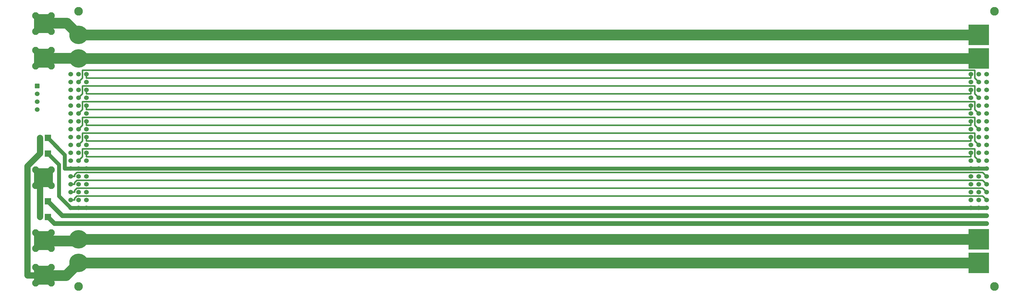
<source format=gtl>
G04 Layer_Physical_Order=1*
G04 Layer_Color=25308*
%FSLAX43Y43*%
%MOMM*%
G71*
G01*
G75*
%ADD10C,2.000*%
%ADD11C,3.500*%
%ADD12C,1.250*%
%ADD13C,1.500*%
%ADD14C,0.500*%
%ADD15R,5.842X5.842*%
%ADD16R,6.096X6.096*%
%ADD17C,1.524*%
G04:AMPARAMS|DCode=18|XSize=1.524mm|YSize=1.524mm|CornerRadius=0.152mm|HoleSize=0mm|Usage=FLASHONLY|Rotation=270.000|XOffset=0mm|YOffset=0mm|HoleType=Round|Shape=RoundedRectangle|*
%AMROUNDEDRECTD18*
21,1,1.524,1.219,0,0,270.0*
21,1,1.219,1.524,0,0,270.0*
1,1,0.305,-0.610,-0.610*
1,1,0.305,-0.610,0.610*
1,1,0.305,0.610,0.610*
1,1,0.305,0.610,-0.610*
%
%ADD18ROUNDEDRECTD18*%
%ADD19C,2.000*%
%ADD20R,2.000X2.000*%
%ADD21C,2.800*%
%ADD22C,6.000*%
%ADD23R,6.604X6.604*%
%ADD24C,2.250*%
D10*
X6477Y31496D02*
Y37592D01*
Y46863D02*
Y51943D01*
X2413Y42799D02*
X6477Y46863D01*
X2413Y7493D02*
Y42799D01*
Y7493D02*
X5334D01*
X6477Y26416D02*
Y31496D01*
D11*
X7747Y7493D02*
X14859D01*
X18923Y11557D02*
X310134D01*
X14859Y7493D02*
X18923Y11557D01*
Y77597D02*
X309372D01*
X18923Y85217D02*
X309499D01*
X15113Y89027D02*
X18923Y85217D01*
Y19177D02*
X310007D01*
X18415Y18669D02*
X18923Y19177D01*
X7493Y18669D02*
X18415D01*
X7493Y89027D02*
X15113D01*
X7620Y77724D02*
X18796D01*
D12*
X16387Y42033D02*
X307467D01*
X12573Y33147D02*
Y43307D01*
Y33147D02*
X16383Y29337D01*
X9017Y46863D02*
X12573Y43307D01*
X9017Y51943D02*
X14478Y46482D01*
Y42037D02*
Y46482D01*
Y42037D02*
X16383D01*
X310007Y42033D02*
X312547D01*
X307467D02*
X310007D01*
X18923Y29337D02*
X21463D01*
X16383D02*
X18923D01*
X16383Y42037D02*
X16387Y42033D01*
X21463Y29337D02*
X312543D01*
D13*
X11176Y24257D02*
X16383D01*
X9017Y26416D02*
X11176Y24257D01*
X13716Y26797D02*
X16383D01*
X9017Y31496D02*
X13716Y26797D01*
X16383Y24257D02*
X18923D01*
X21463D01*
X312543Y26797D02*
X312547Y26793D01*
X16383Y26797D02*
X18923D01*
X21463D01*
X312543D01*
X21463Y24257D02*
X312543D01*
D14*
X20193Y73787D02*
X308737D01*
X20193Y71247D02*
Y73787D01*
X308737Y71243D02*
Y73787D01*
X305050Y45843D02*
X305054Y45847D01*
X21463Y45843D02*
X305050D01*
X21463D02*
Y47117D01*
X18923Y44577D02*
X20193Y45847D01*
X18923Y49657D02*
X20193Y50927D01*
X21463D02*
Y52197D01*
Y61087D02*
X305054D01*
X21463D02*
Y62357D01*
X303911Y66167D02*
X303919Y66159D01*
X21463Y66167D02*
X303911D01*
X21463D02*
Y67437D01*
X20193Y66167D02*
Y68707D01*
X18923Y64897D02*
X20193Y66167D01*
X18923Y69977D02*
X20193Y71247D01*
X308737Y45843D02*
X310007Y44573D01*
X305054Y45847D02*
X307467D01*
Y47113D01*
X308737Y50923D02*
X310007Y49653D01*
X305054Y61087D02*
X305062Y61079D01*
X307467D01*
Y62353D01*
X308741Y66159D02*
X310007Y64893D01*
X308741Y66159D02*
Y68703D01*
X303919Y66159D02*
X307467D01*
Y67433D01*
X308737Y71243D02*
X310007Y69973D01*
X16383Y39497D02*
X17657D01*
Y40021D01*
X18399Y40763D01*
X311277D01*
X312547Y39493D01*
X16383Y36957D02*
X17657D01*
Y37481D01*
X18399Y38223D01*
X16383Y31877D02*
X17657D01*
Y32401D01*
X18399Y33143D01*
X311277D01*
X312547Y31873D01*
X16383Y34417D02*
X17657D01*
Y34941D01*
X18399Y35683D01*
Y38223D02*
X311277D01*
X312547Y36953D01*
X18399Y35683D02*
X311277D01*
X312547Y34413D01*
X21463Y56003D02*
Y57277D01*
X307467Y55999D02*
Y57273D01*
X305951Y55999D02*
X307467D01*
X305947Y56003D02*
X305951Y55999D01*
X21463Y56003D02*
X305947D01*
X307467Y50919D02*
Y52193D01*
X306078Y50919D02*
X307467D01*
X306070Y50927D02*
X306078Y50919D01*
X21463Y50927D02*
X306070D01*
X20193D02*
Y53467D01*
X308737D01*
Y50923D02*
Y53467D01*
X20193Y45847D02*
Y48387D01*
X308737D01*
Y45843D02*
Y48387D01*
X18923Y54737D02*
X20193Y56007D01*
Y58547D01*
X308737D01*
Y56003D02*
Y58547D01*
Y56003D02*
X310007Y54733D01*
X18923Y59817D02*
X20193Y61087D01*
Y63627D01*
X306935D01*
X306943Y63619D01*
X308729D01*
X308737Y63627D01*
Y61083D02*
Y63627D01*
Y61083D02*
X310007Y59813D01*
X20193Y68707D02*
X306324D01*
X306328Y68703D01*
X308741D01*
X307467Y71247D02*
Y72513D01*
X21463Y71247D02*
Y72517D01*
Y71247D02*
X307467D01*
D15*
X310007Y11553D02*
D03*
Y19173D02*
D03*
Y77593D02*
D03*
Y85213D02*
D03*
D16*
X7620Y88900D02*
D03*
Y77724D02*
D03*
Y39116D02*
D03*
Y18796D02*
D03*
Y7620D02*
D03*
D17*
X5588Y61087D02*
D03*
Y63627D02*
D03*
Y66167D02*
D03*
X16383Y24257D02*
D03*
X18923D02*
D03*
X21463D02*
D03*
X16383Y26797D02*
D03*
X18923D02*
D03*
X21463D02*
D03*
X16383Y29337D02*
D03*
X21463D02*
D03*
X18923D02*
D03*
X16383Y31877D02*
D03*
X18923D02*
D03*
X21463D02*
D03*
X16383Y34417D02*
D03*
X18923D02*
D03*
X21463D02*
D03*
Y47117D02*
D03*
X18923D02*
D03*
X16383D02*
D03*
X21463Y44577D02*
D03*
X18923D02*
D03*
X16383D02*
D03*
X18923Y42037D02*
D03*
X21463D02*
D03*
X16383D02*
D03*
X21463Y39497D02*
D03*
X18923D02*
D03*
X16383D02*
D03*
X21463Y36957D02*
D03*
X18923D02*
D03*
X16383D02*
D03*
Y62357D02*
D03*
X18923D02*
D03*
X21463D02*
D03*
X16383Y64897D02*
D03*
X18923D02*
D03*
X21463D02*
D03*
X16383Y67437D02*
D03*
X21463D02*
D03*
X18923D02*
D03*
X16383Y69977D02*
D03*
X18923D02*
D03*
X21463D02*
D03*
X16383Y72517D02*
D03*
X18923D02*
D03*
X21463D02*
D03*
Y59817D02*
D03*
X18923D02*
D03*
X16383D02*
D03*
X21463Y57277D02*
D03*
X18923D02*
D03*
X16383D02*
D03*
X18923Y54737D02*
D03*
X21463D02*
D03*
X16383D02*
D03*
X21463Y52197D02*
D03*
X18923D02*
D03*
X16383D02*
D03*
X21463Y49657D02*
D03*
X18923D02*
D03*
X16383D02*
D03*
X312547Y49653D02*
D03*
X310007D02*
D03*
X307467D02*
D03*
X312547Y52193D02*
D03*
X310007D02*
D03*
X307467D02*
D03*
X312547Y54733D02*
D03*
X310007D02*
D03*
X307467D02*
D03*
X312547Y57273D02*
D03*
X310007D02*
D03*
X307467D02*
D03*
X312547Y59813D02*
D03*
X310007D02*
D03*
X307467D02*
D03*
X312547Y62353D02*
D03*
X310007D02*
D03*
X307467D02*
D03*
X312547Y64893D02*
D03*
X310007D02*
D03*
X307467D02*
D03*
X312547Y67433D02*
D03*
X310007D02*
D03*
X307467D02*
D03*
X312547Y69973D02*
D03*
X310007D02*
D03*
X307467D02*
D03*
X312547Y72513D02*
D03*
X310007D02*
D03*
X307467D02*
D03*
X312547Y47113D02*
D03*
X310007D02*
D03*
X307467D02*
D03*
X312547Y44573D02*
D03*
X310007D02*
D03*
X307467D02*
D03*
X312547Y42033D02*
D03*
Y39493D02*
D03*
Y36953D02*
D03*
Y34413D02*
D03*
Y31873D02*
D03*
Y29333D02*
D03*
Y26793D02*
D03*
Y24253D02*
D03*
X307467D02*
D03*
Y26793D02*
D03*
X310007D02*
D03*
Y24253D02*
D03*
Y29333D02*
D03*
X307467D02*
D03*
X310007Y31873D02*
D03*
X307467D02*
D03*
X310007Y34413D02*
D03*
X307467D02*
D03*
X310007Y36953D02*
D03*
X307467D02*
D03*
Y39493D02*
D03*
X310007Y42033D02*
D03*
Y39493D02*
D03*
X307467Y42033D02*
D03*
Y16633D02*
D03*
Y9013D02*
D03*
X312547Y75053D02*
D03*
Y80133D02*
D03*
X307467Y75053D02*
D03*
X312547Y82673D02*
D03*
Y87753D02*
D03*
X307467Y82673D02*
D03*
X312547Y21713D02*
D03*
Y16633D02*
D03*
Y14093D02*
D03*
Y9013D02*
D03*
D18*
X5588Y68707D02*
D03*
D19*
X6477Y31496D02*
D03*
Y26416D02*
D03*
Y46863D02*
D03*
Y51943D02*
D03*
D20*
X9017Y31496D02*
D03*
Y26416D02*
D03*
Y46863D02*
D03*
Y51943D02*
D03*
D21*
X18923Y92837D02*
D03*
Y3937D02*
D03*
X315087Y3933D02*
D03*
Y92833D02*
D03*
D22*
X18923Y11557D02*
D03*
Y85217D02*
D03*
Y77597D02*
D03*
Y19177D02*
D03*
D23*
X310007Y77593D02*
D03*
Y85213D02*
D03*
Y19173D02*
D03*
Y11553D02*
D03*
D24*
X5080Y16256D02*
D03*
Y21336D02*
D03*
X10160Y16256D02*
D03*
Y21336D02*
D03*
X5080Y5080D02*
D03*
Y10160D02*
D03*
X10160Y5080D02*
D03*
Y10160D02*
D03*
X5080Y86360D02*
D03*
Y91440D02*
D03*
X10160Y86360D02*
D03*
Y91440D02*
D03*
X5080Y75184D02*
D03*
Y80264D02*
D03*
X10160Y75184D02*
D03*
Y80264D02*
D03*
Y36576D02*
D03*
X5080D02*
D03*
X10160Y41656D02*
D03*
X5080D02*
D03*
M02*

</source>
